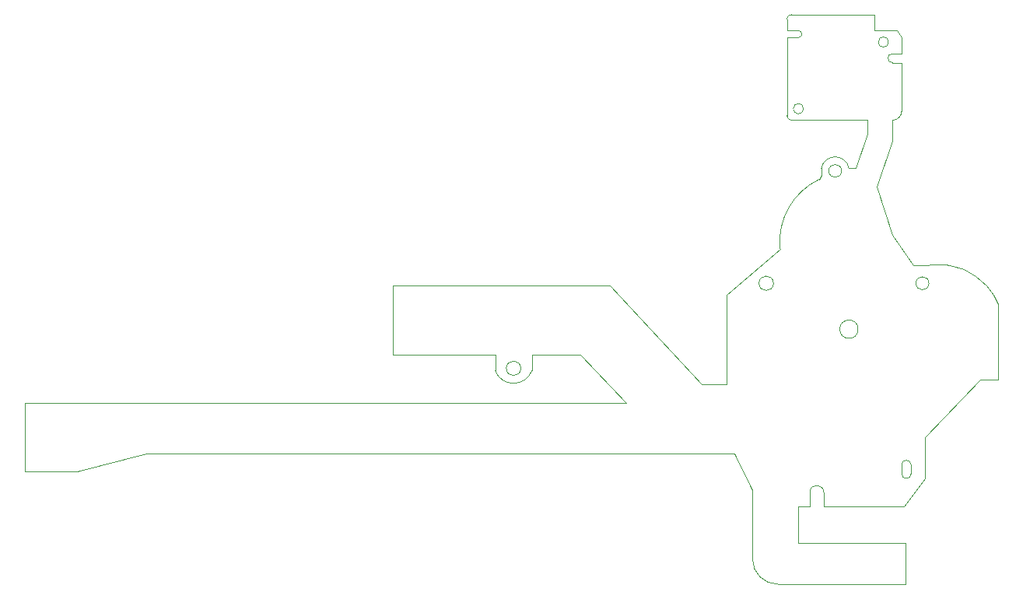
<source format=gbr>
%TF.GenerationSoftware,KiCad,Pcbnew,8.0.4*%
%TF.CreationDate,2024-09-23T09:04:20+01:00*%
%TF.ProjectId,right,72696768-742e-46b6-9963-61645f706362,rev?*%
%TF.SameCoordinates,Original*%
%TF.FileFunction,Profile,NP*%
%FSLAX46Y46*%
G04 Gerber Fmt 4.6, Leading zero omitted, Abs format (unit mm)*
G04 Created by KiCad (PCBNEW 8.0.4) date 2024-09-23 09:04:20*
%MOMM*%
%LPD*%
G01*
G04 APERTURE LIST*
%TA.AperFunction,Profile*%
%ADD10C,0.100000*%
%TD*%
%TA.AperFunction,Profile*%
%ADD11C,0.120000*%
%TD*%
G04 APERTURE END LIST*
D10*
X179750000Y-91999873D02*
X179750000Y-83499873D01*
X191250000Y-104999873D02*
X189500000Y-99749873D01*
X187500000Y-115249873D02*
G75*
G02*
X185500000Y-115249873I-1000000J0D01*
G01*
X185500000Y-115249873D02*
G75*
G02*
X187500000Y-115249873I1000000J0D01*
G01*
X192250000Y-83499873D02*
X192250000Y-85249873D01*
X181000000Y-83499873D02*
X179750000Y-83499873D01*
X179750000Y-81499873D02*
G75*
G02*
X180250000Y-80999900I500000J-27D01*
G01*
X200750000Y-120749873D02*
X194750000Y-126999873D01*
X179000001Y-106499873D02*
X173225184Y-111499873D01*
X176000000Y-140249873D02*
X176000000Y-132749873D01*
X192250000Y-91499873D02*
X192250000Y-86249873D01*
X202750000Y-112499873D02*
X202750000Y-120749873D01*
X173225184Y-111499873D02*
X173225184Y-121249873D01*
X180250000Y-92499873D02*
G75*
G02*
X179750027Y-91999873I0J499973D01*
G01*
X192250000Y-91499873D02*
G75*
G02*
X191250000Y-92499900I-1000000J-27D01*
G01*
X160500000Y-110499873D02*
X143725184Y-110499873D01*
X176000000Y-132749873D02*
X174000000Y-128749873D01*
X191250000Y-94749873D02*
X189500000Y-99749873D01*
X150790569Y-119499873D02*
G75*
G02*
X149209431Y-119499873I-790569J0D01*
G01*
X149209431Y-119499873D02*
G75*
G02*
X150790569Y-119499873I790569J0D01*
G01*
X160500000Y-110499873D02*
X170500000Y-121249873D01*
X185696227Y-98015381D02*
G75*
G02*
X184303773Y-98015381I-696227J0D01*
G01*
X184303773Y-98015381D02*
G75*
G02*
X185696227Y-98015381I696227J0D01*
G01*
X152000000Y-117999873D02*
X157250000Y-117999873D01*
X182250000Y-132999873D02*
G75*
G02*
X183750000Y-132999873I750000J0D01*
G01*
X162250000Y-123249873D02*
X162000000Y-123249873D01*
X182250000Y-132999873D02*
X182250000Y-134499873D01*
X178750000Y-142999873D02*
X182499085Y-142999873D01*
X195207107Y-110249873D02*
G75*
G02*
X193792893Y-110249873I-707107J0D01*
G01*
X193792893Y-110249873D02*
G75*
G02*
X195207107Y-110249873I707107J0D01*
G01*
X192250000Y-130999873D02*
X192250000Y-129999873D01*
X120225184Y-128749873D02*
X174000000Y-128749873D01*
X188500000Y-92499873D02*
X180250000Y-92499873D01*
X178290569Y-110249873D02*
G75*
G02*
X176709431Y-110249873I-790569J0D01*
G01*
X176709431Y-110249873D02*
G75*
G02*
X178290569Y-110249873I790569J0D01*
G01*
X187250000Y-97749873D02*
X188500000Y-93999873D01*
X181559017Y-91249873D02*
G75*
G02*
X180440983Y-91249873I-559017J0D01*
G01*
X180440983Y-91249873D02*
G75*
G02*
X181559017Y-91249873I559017J0D01*
G01*
X179750000Y-82749873D02*
X181000000Y-82749873D01*
X191250000Y-86249873D02*
X192250000Y-86249873D01*
X197000000Y-108184801D02*
X193500000Y-108249873D01*
X102500000Y-130750000D02*
X110000000Y-128749873D01*
X157750000Y-123249873D02*
X102500000Y-123250507D01*
X201500000Y-110499873D02*
X202250000Y-111499873D01*
X191250000Y-92749873D02*
X191250000Y-94749873D01*
X200250000Y-109499873D02*
X201500000Y-110499873D01*
X151999999Y-119749873D02*
G75*
G02*
X148000001Y-119749873I-1999999J750000D01*
G01*
X179000001Y-106499873D02*
G75*
G02*
X183230168Y-98958682I7499999J749973D01*
G01*
X181000000Y-82749873D02*
G75*
G02*
X181000000Y-83499927I0J-375027D01*
G01*
X170500000Y-121249873D02*
X173225184Y-121249873D01*
X162000000Y-123249873D02*
X157750000Y-123249873D01*
X192250000Y-129999873D02*
G75*
G02*
X193250000Y-129999873I500000J0D01*
G01*
X157250000Y-117999873D02*
X162250000Y-123249873D01*
X179750000Y-81499873D02*
X179750000Y-82749873D01*
X194750000Y-126999873D02*
X194750000Y-131499873D01*
X193250000Y-129999873D02*
X193250000Y-130999873D01*
X202250000Y-111499873D02*
X202750000Y-112499873D01*
X199000000Y-108749873D02*
X200250000Y-109499873D01*
X180250000Y-80999873D02*
X189250000Y-80999873D01*
X120225184Y-128749873D02*
X110000000Y-128749873D01*
X202750000Y-120749873D02*
X200750000Y-120749873D01*
X182250000Y-134499873D02*
X181000000Y-134499873D01*
X178750000Y-142999873D02*
G75*
G02*
X176000027Y-140249873I0J2749973D01*
G01*
X183500001Y-97749873D02*
G75*
G02*
X186499999Y-97749873I1499999J-265499D01*
G01*
X197500000Y-108249873D02*
X199000000Y-108749873D01*
X191250000Y-92499873D02*
X191250000Y-92749873D01*
X183230156Y-98958658D02*
X183500000Y-98499873D01*
X192500000Y-134499873D02*
X183750000Y-134499873D01*
X193250000Y-130999873D02*
G75*
G02*
X192250000Y-130999873I-500000J0D01*
G01*
X191250000Y-86249873D02*
G75*
G02*
X191250000Y-85249927I0J499973D01*
G01*
X148000000Y-117999873D02*
X142575000Y-117999620D01*
X148000000Y-117999873D02*
X148000000Y-119749873D01*
X183750000Y-134499873D02*
X183750000Y-132999873D01*
X183500000Y-98499873D02*
X183500001Y-97749873D01*
X192250000Y-85249873D02*
X191250000Y-85249873D01*
X194750000Y-131499873D02*
X192500000Y-134499873D01*
X181000000Y-134499873D02*
X181000000Y-138499873D01*
X186500000Y-97749873D02*
X187250000Y-97749873D01*
X197000000Y-108184801D02*
X197500000Y-108249873D01*
X191750000Y-82749873D02*
X192250000Y-83499873D01*
X193500000Y-108249873D02*
X191250000Y-104999873D01*
X143725184Y-110499873D02*
X142575000Y-110499873D01*
X188500000Y-93999873D02*
X188500000Y-92499873D01*
X189250000Y-82749873D02*
X191750000Y-82749873D01*
X181000000Y-138499873D02*
X182499085Y-138499873D01*
X189250000Y-80999873D02*
X189250000Y-82749873D01*
X190809017Y-83999873D02*
G75*
G02*
X189690983Y-83999873I-559017J0D01*
G01*
X189690983Y-83999873D02*
G75*
G02*
X190809017Y-83999873I559017J0D01*
G01*
X152000000Y-119749873D02*
X152000000Y-117999873D01*
D11*
%TO.C,C4*%
X136895000Y-117999873D02*
X136895915Y-110499873D01*
X142575000Y-110499873D02*
X136895915Y-110499873D01*
X142575000Y-117999366D02*
X136895000Y-117999366D01*
%TO.C,C3*%
X182499085Y-142999873D02*
X192679085Y-142999873D01*
X182500000Y-138499873D02*
X192680000Y-138499873D01*
X192680000Y-138499873D02*
X192679085Y-142999873D01*
%TO.C,C1*%
X96820000Y-123250507D02*
X102500000Y-123250507D01*
X96820915Y-130750000D02*
X96820000Y-123250000D01*
X96820915Y-130750000D02*
X102500000Y-130750000D01*
%TD*%
M02*

</source>
